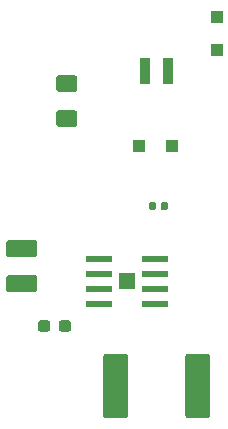
<source format=gbr>
G04 #@! TF.GenerationSoftware,KiCad,Pcbnew,(5.0.0-3-g5ebb6b6)*
G04 #@! TF.CreationDate,2018-10-03T13:59:26-07:00*
G04 #@! TF.ProjectId,Phone Charger,50686F6E6520436861726765722E6B69,rev?*
G04 #@! TF.SameCoordinates,Original*
G04 #@! TF.FileFunction,Paste,Top*
G04 #@! TF.FilePolarity,Positive*
%FSLAX46Y46*%
G04 Gerber Fmt 4.6, Leading zero omitted, Abs format (unit mm)*
G04 Created by KiCad (PCBNEW (5.0.0-3-g5ebb6b6)) date Wednesday, October 03, 2018 at 01:59:26 PM*
%MOMM*%
%LPD*%
G01*
G04 APERTURE LIST*
%ADD10C,0.100000*%
%ADD11C,0.590000*%
%ADD12C,1.425000*%
%ADD13R,1.100000X1.100000*%
%ADD14C,2.100000*%
%ADD15R,0.850000X2.300000*%
%ADD16C,0.950000*%
%ADD17R,2.184400X0.558800*%
%ADD18R,1.400000X1.400000*%
G04 APERTURE END LIST*
D10*
G04 #@! TO.C,C2*
G36*
X153496958Y-93660710D02*
X153511276Y-93662834D01*
X153525317Y-93666351D01*
X153538946Y-93671228D01*
X153552031Y-93677417D01*
X153564447Y-93684858D01*
X153576073Y-93693481D01*
X153586798Y-93703202D01*
X153596519Y-93713927D01*
X153605142Y-93725553D01*
X153612583Y-93737969D01*
X153618772Y-93751054D01*
X153623649Y-93764683D01*
X153627166Y-93778724D01*
X153629290Y-93793042D01*
X153630000Y-93807500D01*
X153630000Y-94152500D01*
X153629290Y-94166958D01*
X153627166Y-94181276D01*
X153623649Y-94195317D01*
X153618772Y-94208946D01*
X153612583Y-94222031D01*
X153605142Y-94234447D01*
X153596519Y-94246073D01*
X153586798Y-94256798D01*
X153576073Y-94266519D01*
X153564447Y-94275142D01*
X153552031Y-94282583D01*
X153538946Y-94288772D01*
X153525317Y-94293649D01*
X153511276Y-94297166D01*
X153496958Y-94299290D01*
X153482500Y-94300000D01*
X153187500Y-94300000D01*
X153173042Y-94299290D01*
X153158724Y-94297166D01*
X153144683Y-94293649D01*
X153131054Y-94288772D01*
X153117969Y-94282583D01*
X153105553Y-94275142D01*
X153093927Y-94266519D01*
X153083202Y-94256798D01*
X153073481Y-94246073D01*
X153064858Y-94234447D01*
X153057417Y-94222031D01*
X153051228Y-94208946D01*
X153046351Y-94195317D01*
X153042834Y-94181276D01*
X153040710Y-94166958D01*
X153040000Y-94152500D01*
X153040000Y-93807500D01*
X153040710Y-93793042D01*
X153042834Y-93778724D01*
X153046351Y-93764683D01*
X153051228Y-93751054D01*
X153057417Y-93737969D01*
X153064858Y-93725553D01*
X153073481Y-93713927D01*
X153083202Y-93703202D01*
X153093927Y-93693481D01*
X153105553Y-93684858D01*
X153117969Y-93677417D01*
X153131054Y-93671228D01*
X153144683Y-93666351D01*
X153158724Y-93662834D01*
X153173042Y-93660710D01*
X153187500Y-93660000D01*
X153482500Y-93660000D01*
X153496958Y-93660710D01*
X153496958Y-93660710D01*
G37*
D11*
X153335000Y-93980000D03*
D10*
G36*
X154466958Y-93660710D02*
X154481276Y-93662834D01*
X154495317Y-93666351D01*
X154508946Y-93671228D01*
X154522031Y-93677417D01*
X154534447Y-93684858D01*
X154546073Y-93693481D01*
X154556798Y-93703202D01*
X154566519Y-93713927D01*
X154575142Y-93725553D01*
X154582583Y-93737969D01*
X154588772Y-93751054D01*
X154593649Y-93764683D01*
X154597166Y-93778724D01*
X154599290Y-93793042D01*
X154600000Y-93807500D01*
X154600000Y-94152500D01*
X154599290Y-94166958D01*
X154597166Y-94181276D01*
X154593649Y-94195317D01*
X154588772Y-94208946D01*
X154582583Y-94222031D01*
X154575142Y-94234447D01*
X154566519Y-94246073D01*
X154556798Y-94256798D01*
X154546073Y-94266519D01*
X154534447Y-94275142D01*
X154522031Y-94282583D01*
X154508946Y-94288772D01*
X154495317Y-94293649D01*
X154481276Y-94297166D01*
X154466958Y-94299290D01*
X154452500Y-94300000D01*
X154157500Y-94300000D01*
X154143042Y-94299290D01*
X154128724Y-94297166D01*
X154114683Y-94293649D01*
X154101054Y-94288772D01*
X154087969Y-94282583D01*
X154075553Y-94275142D01*
X154063927Y-94266519D01*
X154053202Y-94256798D01*
X154043481Y-94246073D01*
X154034858Y-94234447D01*
X154027417Y-94222031D01*
X154021228Y-94208946D01*
X154016351Y-94195317D01*
X154012834Y-94181276D01*
X154010710Y-94166958D01*
X154010000Y-94152500D01*
X154010000Y-93807500D01*
X154010710Y-93793042D01*
X154012834Y-93778724D01*
X154016351Y-93764683D01*
X154021228Y-93751054D01*
X154027417Y-93737969D01*
X154034858Y-93725553D01*
X154043481Y-93713927D01*
X154053202Y-93703202D01*
X154063927Y-93693481D01*
X154075553Y-93684858D01*
X154087969Y-93677417D01*
X154101054Y-93671228D01*
X154114683Y-93666351D01*
X154128724Y-93662834D01*
X154143042Y-93660710D01*
X154157500Y-93660000D01*
X154452500Y-93660000D01*
X154466958Y-93660710D01*
X154466958Y-93660710D01*
G37*
D11*
X154305000Y-93980000D03*
G04 #@! TD*
D10*
G04 #@! TO.C,C3*
G36*
X146699504Y-82891204D02*
X146723773Y-82894804D01*
X146747571Y-82900765D01*
X146770671Y-82909030D01*
X146792849Y-82919520D01*
X146813893Y-82932133D01*
X146833598Y-82946747D01*
X146851777Y-82963223D01*
X146868253Y-82981402D01*
X146882867Y-83001107D01*
X146895480Y-83022151D01*
X146905970Y-83044329D01*
X146914235Y-83067429D01*
X146920196Y-83091227D01*
X146923796Y-83115496D01*
X146925000Y-83140000D01*
X146925000Y-84065000D01*
X146923796Y-84089504D01*
X146920196Y-84113773D01*
X146914235Y-84137571D01*
X146905970Y-84160671D01*
X146895480Y-84182849D01*
X146882867Y-84203893D01*
X146868253Y-84223598D01*
X146851777Y-84241777D01*
X146833598Y-84258253D01*
X146813893Y-84272867D01*
X146792849Y-84285480D01*
X146770671Y-84295970D01*
X146747571Y-84304235D01*
X146723773Y-84310196D01*
X146699504Y-84313796D01*
X146675000Y-84315000D01*
X145425000Y-84315000D01*
X145400496Y-84313796D01*
X145376227Y-84310196D01*
X145352429Y-84304235D01*
X145329329Y-84295970D01*
X145307151Y-84285480D01*
X145286107Y-84272867D01*
X145266402Y-84258253D01*
X145248223Y-84241777D01*
X145231747Y-84223598D01*
X145217133Y-84203893D01*
X145204520Y-84182849D01*
X145194030Y-84160671D01*
X145185765Y-84137571D01*
X145179804Y-84113773D01*
X145176204Y-84089504D01*
X145175000Y-84065000D01*
X145175000Y-83140000D01*
X145176204Y-83115496D01*
X145179804Y-83091227D01*
X145185765Y-83067429D01*
X145194030Y-83044329D01*
X145204520Y-83022151D01*
X145217133Y-83001107D01*
X145231747Y-82981402D01*
X145248223Y-82963223D01*
X145266402Y-82946747D01*
X145286107Y-82932133D01*
X145307151Y-82919520D01*
X145329329Y-82909030D01*
X145352429Y-82900765D01*
X145376227Y-82894804D01*
X145400496Y-82891204D01*
X145425000Y-82890000D01*
X146675000Y-82890000D01*
X146699504Y-82891204D01*
X146699504Y-82891204D01*
G37*
D12*
X146050000Y-83602500D03*
D10*
G36*
X146699504Y-85866204D02*
X146723773Y-85869804D01*
X146747571Y-85875765D01*
X146770671Y-85884030D01*
X146792849Y-85894520D01*
X146813893Y-85907133D01*
X146833598Y-85921747D01*
X146851777Y-85938223D01*
X146868253Y-85956402D01*
X146882867Y-85976107D01*
X146895480Y-85997151D01*
X146905970Y-86019329D01*
X146914235Y-86042429D01*
X146920196Y-86066227D01*
X146923796Y-86090496D01*
X146925000Y-86115000D01*
X146925000Y-87040000D01*
X146923796Y-87064504D01*
X146920196Y-87088773D01*
X146914235Y-87112571D01*
X146905970Y-87135671D01*
X146895480Y-87157849D01*
X146882867Y-87178893D01*
X146868253Y-87198598D01*
X146851777Y-87216777D01*
X146833598Y-87233253D01*
X146813893Y-87247867D01*
X146792849Y-87260480D01*
X146770671Y-87270970D01*
X146747571Y-87279235D01*
X146723773Y-87285196D01*
X146699504Y-87288796D01*
X146675000Y-87290000D01*
X145425000Y-87290000D01*
X145400496Y-87288796D01*
X145376227Y-87285196D01*
X145352429Y-87279235D01*
X145329329Y-87270970D01*
X145307151Y-87260480D01*
X145286107Y-87247867D01*
X145266402Y-87233253D01*
X145248223Y-87216777D01*
X145231747Y-87198598D01*
X145217133Y-87178893D01*
X145204520Y-87157849D01*
X145194030Y-87135671D01*
X145185765Y-87112571D01*
X145179804Y-87088773D01*
X145176204Y-87064504D01*
X145175000Y-87040000D01*
X145175000Y-86115000D01*
X145176204Y-86090496D01*
X145179804Y-86066227D01*
X145185765Y-86042429D01*
X145194030Y-86019329D01*
X145204520Y-85997151D01*
X145217133Y-85976107D01*
X145231747Y-85956402D01*
X145248223Y-85938223D01*
X145266402Y-85921747D01*
X145286107Y-85907133D01*
X145307151Y-85894520D01*
X145329329Y-85884030D01*
X145352429Y-85875765D01*
X145376227Y-85869804D01*
X145400496Y-85866204D01*
X145425000Y-85865000D01*
X146675000Y-85865000D01*
X146699504Y-85866204D01*
X146699504Y-85866204D01*
G37*
D12*
X146050000Y-86577500D03*
G04 #@! TD*
D10*
G04 #@! TO.C,C1*
G36*
X143339504Y-99836204D02*
X143363773Y-99839804D01*
X143387571Y-99845765D01*
X143410671Y-99854030D01*
X143432849Y-99864520D01*
X143453893Y-99877133D01*
X143473598Y-99891747D01*
X143491777Y-99908223D01*
X143508253Y-99926402D01*
X143522867Y-99946107D01*
X143535480Y-99967151D01*
X143545970Y-99989329D01*
X143554235Y-100012429D01*
X143560196Y-100036227D01*
X143563796Y-100060496D01*
X143565000Y-100085000D01*
X143565000Y-101010000D01*
X143563796Y-101034504D01*
X143560196Y-101058773D01*
X143554235Y-101082571D01*
X143545970Y-101105671D01*
X143535480Y-101127849D01*
X143522867Y-101148893D01*
X143508253Y-101168598D01*
X143491777Y-101186777D01*
X143473598Y-101203253D01*
X143453893Y-101217867D01*
X143432849Y-101230480D01*
X143410671Y-101240970D01*
X143387571Y-101249235D01*
X143363773Y-101255196D01*
X143339504Y-101258796D01*
X143315000Y-101260000D01*
X141165000Y-101260000D01*
X141140496Y-101258796D01*
X141116227Y-101255196D01*
X141092429Y-101249235D01*
X141069329Y-101240970D01*
X141047151Y-101230480D01*
X141026107Y-101217867D01*
X141006402Y-101203253D01*
X140988223Y-101186777D01*
X140971747Y-101168598D01*
X140957133Y-101148893D01*
X140944520Y-101127849D01*
X140934030Y-101105671D01*
X140925765Y-101082571D01*
X140919804Y-101058773D01*
X140916204Y-101034504D01*
X140915000Y-101010000D01*
X140915000Y-100085000D01*
X140916204Y-100060496D01*
X140919804Y-100036227D01*
X140925765Y-100012429D01*
X140934030Y-99989329D01*
X140944520Y-99967151D01*
X140957133Y-99946107D01*
X140971747Y-99926402D01*
X140988223Y-99908223D01*
X141006402Y-99891747D01*
X141026107Y-99877133D01*
X141047151Y-99864520D01*
X141069329Y-99854030D01*
X141092429Y-99845765D01*
X141116227Y-99839804D01*
X141140496Y-99836204D01*
X141165000Y-99835000D01*
X143315000Y-99835000D01*
X143339504Y-99836204D01*
X143339504Y-99836204D01*
G37*
D12*
X142240000Y-100547500D03*
D10*
G36*
X143339504Y-96861204D02*
X143363773Y-96864804D01*
X143387571Y-96870765D01*
X143410671Y-96879030D01*
X143432849Y-96889520D01*
X143453893Y-96902133D01*
X143473598Y-96916747D01*
X143491777Y-96933223D01*
X143508253Y-96951402D01*
X143522867Y-96971107D01*
X143535480Y-96992151D01*
X143545970Y-97014329D01*
X143554235Y-97037429D01*
X143560196Y-97061227D01*
X143563796Y-97085496D01*
X143565000Y-97110000D01*
X143565000Y-98035000D01*
X143563796Y-98059504D01*
X143560196Y-98083773D01*
X143554235Y-98107571D01*
X143545970Y-98130671D01*
X143535480Y-98152849D01*
X143522867Y-98173893D01*
X143508253Y-98193598D01*
X143491777Y-98211777D01*
X143473598Y-98228253D01*
X143453893Y-98242867D01*
X143432849Y-98255480D01*
X143410671Y-98265970D01*
X143387571Y-98274235D01*
X143363773Y-98280196D01*
X143339504Y-98283796D01*
X143315000Y-98285000D01*
X141165000Y-98285000D01*
X141140496Y-98283796D01*
X141116227Y-98280196D01*
X141092429Y-98274235D01*
X141069329Y-98265970D01*
X141047151Y-98255480D01*
X141026107Y-98242867D01*
X141006402Y-98228253D01*
X140988223Y-98211777D01*
X140971747Y-98193598D01*
X140957133Y-98173893D01*
X140944520Y-98152849D01*
X140934030Y-98130671D01*
X140925765Y-98107571D01*
X140919804Y-98083773D01*
X140916204Y-98059504D01*
X140915000Y-98035000D01*
X140915000Y-97110000D01*
X140916204Y-97085496D01*
X140919804Y-97061227D01*
X140925765Y-97037429D01*
X140934030Y-97014329D01*
X140944520Y-96992151D01*
X140957133Y-96971107D01*
X140971747Y-96951402D01*
X140988223Y-96933223D01*
X141006402Y-96916747D01*
X141026107Y-96902133D01*
X141047151Y-96889520D01*
X141069329Y-96879030D01*
X141092429Y-96870765D01*
X141116227Y-96864804D01*
X141140496Y-96861204D01*
X141165000Y-96860000D01*
X143315000Y-96860000D01*
X143339504Y-96861204D01*
X143339504Y-96861204D01*
G37*
D12*
X142240000Y-97572500D03*
G04 #@! TD*
D13*
G04 #@! TO.C,D2*
X152140000Y-88900000D03*
X154940000Y-88900000D03*
G04 #@! TD*
G04 #@! TO.C,D1*
X158750000Y-77975000D03*
X158750000Y-80775000D03*
G04 #@! TD*
D10*
G04 #@! TO.C,F1*
G36*
X157969504Y-106496204D02*
X157993773Y-106499804D01*
X158017571Y-106505765D01*
X158040671Y-106514030D01*
X158062849Y-106524520D01*
X158083893Y-106537133D01*
X158103598Y-106551747D01*
X158121777Y-106568223D01*
X158138253Y-106586402D01*
X158152867Y-106606107D01*
X158165480Y-106627151D01*
X158175970Y-106649329D01*
X158184235Y-106672429D01*
X158190196Y-106696227D01*
X158193796Y-106720496D01*
X158195000Y-106745000D01*
X158195000Y-111695000D01*
X158193796Y-111719504D01*
X158190196Y-111743773D01*
X158184235Y-111767571D01*
X158175970Y-111790671D01*
X158165480Y-111812849D01*
X158152867Y-111833893D01*
X158138253Y-111853598D01*
X158121777Y-111871777D01*
X158103598Y-111888253D01*
X158083893Y-111902867D01*
X158062849Y-111915480D01*
X158040671Y-111925970D01*
X158017571Y-111934235D01*
X157993773Y-111940196D01*
X157969504Y-111943796D01*
X157945000Y-111945000D01*
X156345000Y-111945000D01*
X156320496Y-111943796D01*
X156296227Y-111940196D01*
X156272429Y-111934235D01*
X156249329Y-111925970D01*
X156227151Y-111915480D01*
X156206107Y-111902867D01*
X156186402Y-111888253D01*
X156168223Y-111871777D01*
X156151747Y-111853598D01*
X156137133Y-111833893D01*
X156124520Y-111812849D01*
X156114030Y-111790671D01*
X156105765Y-111767571D01*
X156099804Y-111743773D01*
X156096204Y-111719504D01*
X156095000Y-111695000D01*
X156095000Y-106745000D01*
X156096204Y-106720496D01*
X156099804Y-106696227D01*
X156105765Y-106672429D01*
X156114030Y-106649329D01*
X156124520Y-106627151D01*
X156137133Y-106606107D01*
X156151747Y-106586402D01*
X156168223Y-106568223D01*
X156186402Y-106551747D01*
X156206107Y-106537133D01*
X156227151Y-106524520D01*
X156249329Y-106514030D01*
X156272429Y-106505765D01*
X156296227Y-106499804D01*
X156320496Y-106496204D01*
X156345000Y-106495000D01*
X157945000Y-106495000D01*
X157969504Y-106496204D01*
X157969504Y-106496204D01*
G37*
D14*
X157145000Y-109220000D03*
D10*
G36*
X151019504Y-106496204D02*
X151043773Y-106499804D01*
X151067571Y-106505765D01*
X151090671Y-106514030D01*
X151112849Y-106524520D01*
X151133893Y-106537133D01*
X151153598Y-106551747D01*
X151171777Y-106568223D01*
X151188253Y-106586402D01*
X151202867Y-106606107D01*
X151215480Y-106627151D01*
X151225970Y-106649329D01*
X151234235Y-106672429D01*
X151240196Y-106696227D01*
X151243796Y-106720496D01*
X151245000Y-106745000D01*
X151245000Y-111695000D01*
X151243796Y-111719504D01*
X151240196Y-111743773D01*
X151234235Y-111767571D01*
X151225970Y-111790671D01*
X151215480Y-111812849D01*
X151202867Y-111833893D01*
X151188253Y-111853598D01*
X151171777Y-111871777D01*
X151153598Y-111888253D01*
X151133893Y-111902867D01*
X151112849Y-111915480D01*
X151090671Y-111925970D01*
X151067571Y-111934235D01*
X151043773Y-111940196D01*
X151019504Y-111943796D01*
X150995000Y-111945000D01*
X149395000Y-111945000D01*
X149370496Y-111943796D01*
X149346227Y-111940196D01*
X149322429Y-111934235D01*
X149299329Y-111925970D01*
X149277151Y-111915480D01*
X149256107Y-111902867D01*
X149236402Y-111888253D01*
X149218223Y-111871777D01*
X149201747Y-111853598D01*
X149187133Y-111833893D01*
X149174520Y-111812849D01*
X149164030Y-111790671D01*
X149155765Y-111767571D01*
X149149804Y-111743773D01*
X149146204Y-111719504D01*
X149145000Y-111695000D01*
X149145000Y-106745000D01*
X149146204Y-106720496D01*
X149149804Y-106696227D01*
X149155765Y-106672429D01*
X149164030Y-106649329D01*
X149174520Y-106627151D01*
X149187133Y-106606107D01*
X149201747Y-106586402D01*
X149218223Y-106568223D01*
X149236402Y-106551747D01*
X149256107Y-106537133D01*
X149277151Y-106524520D01*
X149299329Y-106514030D01*
X149322429Y-106505765D01*
X149346227Y-106499804D01*
X149370496Y-106496204D01*
X149395000Y-106495000D01*
X150995000Y-106495000D01*
X151019504Y-106496204D01*
X151019504Y-106496204D01*
G37*
D14*
X150195000Y-109220000D03*
G04 #@! TD*
D15*
G04 #@! TO.C,L1*
X154645000Y-82550000D03*
X152695000Y-82550000D03*
G04 #@! TD*
D10*
G04 #@! TO.C,R1*
G36*
X144455779Y-103666144D02*
X144478834Y-103669563D01*
X144501443Y-103675227D01*
X144523387Y-103683079D01*
X144544457Y-103693044D01*
X144564448Y-103705026D01*
X144583168Y-103718910D01*
X144600438Y-103734562D01*
X144616090Y-103751832D01*
X144629974Y-103770552D01*
X144641956Y-103790543D01*
X144651921Y-103811613D01*
X144659773Y-103833557D01*
X144665437Y-103856166D01*
X144668856Y-103879221D01*
X144670000Y-103902500D01*
X144670000Y-104377500D01*
X144668856Y-104400779D01*
X144665437Y-104423834D01*
X144659773Y-104446443D01*
X144651921Y-104468387D01*
X144641956Y-104489457D01*
X144629974Y-104509448D01*
X144616090Y-104528168D01*
X144600438Y-104545438D01*
X144583168Y-104561090D01*
X144564448Y-104574974D01*
X144544457Y-104586956D01*
X144523387Y-104596921D01*
X144501443Y-104604773D01*
X144478834Y-104610437D01*
X144455779Y-104613856D01*
X144432500Y-104615000D01*
X143857500Y-104615000D01*
X143834221Y-104613856D01*
X143811166Y-104610437D01*
X143788557Y-104604773D01*
X143766613Y-104596921D01*
X143745543Y-104586956D01*
X143725552Y-104574974D01*
X143706832Y-104561090D01*
X143689562Y-104545438D01*
X143673910Y-104528168D01*
X143660026Y-104509448D01*
X143648044Y-104489457D01*
X143638079Y-104468387D01*
X143630227Y-104446443D01*
X143624563Y-104423834D01*
X143621144Y-104400779D01*
X143620000Y-104377500D01*
X143620000Y-103902500D01*
X143621144Y-103879221D01*
X143624563Y-103856166D01*
X143630227Y-103833557D01*
X143638079Y-103811613D01*
X143648044Y-103790543D01*
X143660026Y-103770552D01*
X143673910Y-103751832D01*
X143689562Y-103734562D01*
X143706832Y-103718910D01*
X143725552Y-103705026D01*
X143745543Y-103693044D01*
X143766613Y-103683079D01*
X143788557Y-103675227D01*
X143811166Y-103669563D01*
X143834221Y-103666144D01*
X143857500Y-103665000D01*
X144432500Y-103665000D01*
X144455779Y-103666144D01*
X144455779Y-103666144D01*
G37*
D16*
X144145000Y-104140000D03*
D10*
G36*
X146205779Y-103666144D02*
X146228834Y-103669563D01*
X146251443Y-103675227D01*
X146273387Y-103683079D01*
X146294457Y-103693044D01*
X146314448Y-103705026D01*
X146333168Y-103718910D01*
X146350438Y-103734562D01*
X146366090Y-103751832D01*
X146379974Y-103770552D01*
X146391956Y-103790543D01*
X146401921Y-103811613D01*
X146409773Y-103833557D01*
X146415437Y-103856166D01*
X146418856Y-103879221D01*
X146420000Y-103902500D01*
X146420000Y-104377500D01*
X146418856Y-104400779D01*
X146415437Y-104423834D01*
X146409773Y-104446443D01*
X146401921Y-104468387D01*
X146391956Y-104489457D01*
X146379974Y-104509448D01*
X146366090Y-104528168D01*
X146350438Y-104545438D01*
X146333168Y-104561090D01*
X146314448Y-104574974D01*
X146294457Y-104586956D01*
X146273387Y-104596921D01*
X146251443Y-104604773D01*
X146228834Y-104610437D01*
X146205779Y-104613856D01*
X146182500Y-104615000D01*
X145607500Y-104615000D01*
X145584221Y-104613856D01*
X145561166Y-104610437D01*
X145538557Y-104604773D01*
X145516613Y-104596921D01*
X145495543Y-104586956D01*
X145475552Y-104574974D01*
X145456832Y-104561090D01*
X145439562Y-104545438D01*
X145423910Y-104528168D01*
X145410026Y-104509448D01*
X145398044Y-104489457D01*
X145388079Y-104468387D01*
X145380227Y-104446443D01*
X145374563Y-104423834D01*
X145371144Y-104400779D01*
X145370000Y-104377500D01*
X145370000Y-103902500D01*
X145371144Y-103879221D01*
X145374563Y-103856166D01*
X145380227Y-103833557D01*
X145388079Y-103811613D01*
X145398044Y-103790543D01*
X145410026Y-103770552D01*
X145423910Y-103751832D01*
X145439562Y-103734562D01*
X145456832Y-103718910D01*
X145475552Y-103705026D01*
X145495543Y-103693044D01*
X145516613Y-103683079D01*
X145538557Y-103675227D01*
X145561166Y-103669563D01*
X145584221Y-103666144D01*
X145607500Y-103665000D01*
X146182500Y-103665000D01*
X146205779Y-103666144D01*
X146205779Y-103666144D01*
G37*
D16*
X145895000Y-104140000D03*
G04 #@! TD*
D17*
G04 #@! TO.C,U2*
X148767800Y-98425000D03*
X148767800Y-99695000D03*
X148767800Y-100965000D03*
X148767800Y-102235000D03*
X153492200Y-102235000D03*
X153492200Y-100965000D03*
X153492200Y-99695000D03*
X153492200Y-98425000D03*
D18*
X151130000Y-100330000D03*
G04 #@! TD*
M02*

</source>
